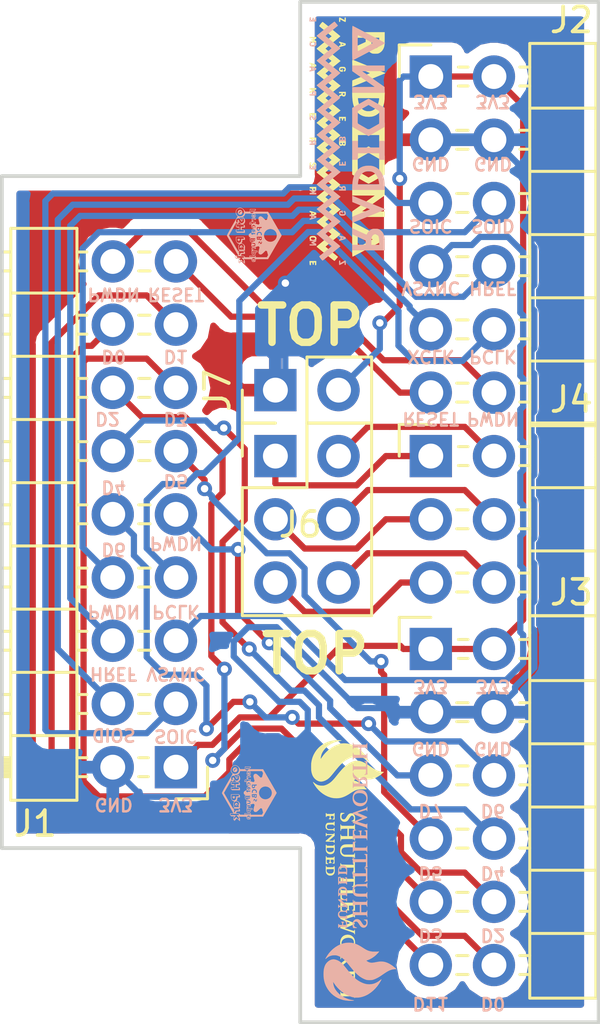
<source format=kicad_pcb>
(kicad_pcb (version 20171130) (host pcbnew 5.0.2+dfsg1-1)
  (layers (0 F.Cu signal hide) (31 B.Cu signal hide) (34 B.Paste user) (35 F.Paste user) (36 B.SilkS user) (37 F.SilkS user) (38 B.Mask user) (39 F.Mask user) (44 Edge.Cuts user))
  (net 0 "")
  (net 1 3V3)
  (net 2 GND)
  (net 3 SIOC)
  (net 4 SIOD)
  (net 5 VSYNC)
  (net 6 HREF)
  (net 7 PCLK)
  (net 8 XCLK)
  (net 9 D7)
  (net 10 D6)
  (net 11 D5)
  (net 12 D4)
  (net 13 D3)
  (net 14 D2)
  (net 15 D1)
  (net 16 D0)
  (net 17 RESET)
  (net 18 PWDN)
  (net 19 "Net-(J4-Pad1)")
  (net 20 "Net-(J4-Pad2)")
  (net 21 "Net-(J4-Pad3)")
  (net 22 "Net-(J4-Pad4)")
  (net 23 "Net-(J4-Pad5)")
  (net 24 "Net-(J4-Pad6)")
  (module parts:OSH_2_5x2_5 (layer B.Cu) (at 150 87.8 270)
    (fp_text reference G*** hide)
    (fp_text value LOGO hide)
  )
  (module parts:radiona-10mm (layer B.Cu) (at 153.9 61.6 90)
    (fp_text reference "" hide)
    (fp_text value "" hide)
  )
  (module parts:shutleworth-12mm (layer B.Cu) (at 154.4 91 90)
    (fp_text reference "" hide)
    (fp_text value "" hide)
  )
  (module Connector_PinHeader_2.54mm:PinHeader_2x09_P2.54mm_Horizontal (layer F.Cu) (at 147 86.75 180)
    (fp_text reference J1 (at 5.655 -2.27 180) (layer F.SilkS))
    (fp_text value OV7670)
    (pad 1 thru_hole rect (at 0 0 180) (size 1.7 1.7) (drill 1) (layers *.Cu *.Mask) (net 1 3V3))
    (pad 2 thru_hole oval (at 2.54 0 180) (size 1.7 1.7) (drill 1) (layers *.Cu *.Mask) (net 2 GND))
    (pad 3 thru_hole oval (at 0 2.54 180) (size 1.7 1.7) (drill 1) (layers *.Cu *.Mask) (net 3 SIOC))
    (pad 4 thru_hole oval (at 2.54 2.54 180) (size 1.7 1.7) (drill 1) (layers *.Cu *.Mask) (net 4 SIOD))
    (pad 5 thru_hole oval (at 0 5.08 180) (size 1.7 1.7) (drill 1) (layers *.Cu *.Mask) (net 5 VSYNC))
    (pad 6 thru_hole oval (at 2.54 5.08 180) (size 1.7 1.7) (drill 1) (layers *.Cu *.Mask) (net 6 HREF))
    (pad 7 thru_hole oval (at 0 7.62 180) (size 1.7 1.7) (drill 1) (layers *.Cu *.Mask) (net 7 PCLK))
    (pad 8 thru_hole oval (at 2.54 7.62 180) (size 1.7 1.7) (drill 1) (layers *.Cu *.Mask) (net 8 XCLK))
    (pad 9 thru_hole oval (at 0 10.16 180) (size 1.7 1.7) (drill 1) (layers *.Cu *.Mask) (net 9 D7))
    (pad 10 thru_hole oval (at 2.54 10.16 180) (size 1.7 1.7) (drill 1) (layers *.Cu *.Mask) (net 10 D6))
    (pad 11 thru_hole oval (at 0 12.7 180) (size 1.7 1.7) (drill 1) (layers *.Cu *.Mask) (net 11 D5))
    (pad 12 thru_hole oval (at 2.54 12.7 180) (size 1.7 1.7) (drill 1) (layers *.Cu *.Mask) (net 12 D4))
    (pad 13 thru_hole oval (at 0 15.24 180) (size 1.7 1.7) (drill 1) (layers *.Cu *.Mask) (net 13 D3))
    (pad 14 thru_hole oval (at 2.54 15.24 180) (size 1.7 1.7) (drill 1) (layers *.Cu *.Mask) (net 14 D2))
    (pad 15 thru_hole oval (at 0 17.78 180) (size 1.7 1.7) (drill 1) (layers *.Cu *.Mask) (net 15 D1))
    (pad 16 thru_hole oval (at 2.54 17.78 180) (size 1.7 1.7) (drill 1) (layers *.Cu *.Mask) (net 16 D0))
    (pad 17 thru_hole oval (at 0 20.32 180) (size 1.7 1.7) (drill 1) (layers *.Cu *.Mask) (net 17 RESET))
    (pad 18 thru_hole oval (at 2.54 20.32 180) (size 1.7 1.7) (drill 1) (layers *.Cu *.Mask) (net 18 PWDN))
  )
  (module Connector_PinHeader_2.54mm:PinHeader_2x06_P2.54mm_Horizontal (layer F.Cu) (at 157.25 59)
    (fp_text reference J2 (at 5.655 -2.27) (layer F.SilkS))
    (fp_text value PMOD1)
    (pad 1 thru_hole rect (at 0 0) (size 1.7 1.7) (drill 1) (layers *.Cu *.Mask) (net 1 3V3))
    (pad 2 thru_hole oval (at 2.54 0) (size 1.7 1.7) (drill 1) (layers *.Cu *.Mask) (net 1 3V3))
    (pad 3 thru_hole oval (at 0 2.54) (size 1.7 1.7) (drill 1) (layers *.Cu *.Mask) (net 2 GND))
    (pad 4 thru_hole oval (at 2.54 2.54) (size 1.7 1.7) (drill 1) (layers *.Cu *.Mask) (net 2 GND))
    (pad 5 thru_hole oval (at 0 5.08) (size 1.7 1.7) (drill 1) (layers *.Cu *.Mask) (net 3 SIOC))
    (pad 6 thru_hole oval (at 2.54 5.08) (size 1.7 1.7) (drill 1) (layers *.Cu *.Mask) (net 4 SIOD))
    (pad 7 thru_hole oval (at 0 7.62) (size 1.7 1.7) (drill 1) (layers *.Cu *.Mask) (net 5 VSYNC))
    (pad 8 thru_hole oval (at 2.54 7.62) (size 1.7 1.7) (drill 1) (layers *.Cu *.Mask) (net 6 HREF))
    (pad 9 thru_hole oval (at 0 10.16) (size 1.7 1.7) (drill 1) (layers *.Cu *.Mask) (net 8 XCLK))
    (pad 10 thru_hole oval (at 2.54 10.16) (size 1.7 1.7) (drill 1) (layers *.Cu *.Mask) (net 7 PCLK))
    (pad 11 thru_hole oval (at 0 12.7) (size 1.7 1.7) (drill 1) (layers *.Cu *.Mask) (net 17 RESET))
    (pad 12 thru_hole oval (at 2.54 12.7) (size 1.7 1.7) (drill 1) (layers *.Cu *.Mask) (net 18 PWDN))
  )
  (module Connector_PinHeader_2.54mm:PinHeader_2x06_P2.54mm_Horizontal (layer F.Cu) (at 157.25 82)
    (fp_text reference J3 (at 5.655 -2.27) (layer F.SilkS))
    (fp_text value PMOD2)
    (pad 1 thru_hole rect (at 0 0) (size 1.7 1.7) (drill 1) (layers *.Cu *.Mask) (net 1 3V3))
    (pad 2 thru_hole oval (at 2.54 0) (size 1.7 1.7) (drill 1) (layers *.Cu *.Mask) (net 1 3V3))
    (pad 3 thru_hole oval (at 0 2.54) (size 1.7 1.7) (drill 1) (layers *.Cu *.Mask) (net 2 GND))
    (pad 4 thru_hole oval (at 2.54 2.54) (size 1.7 1.7) (drill 1) (layers *.Cu *.Mask) (net 2 GND))
    (pad 5 thru_hole oval (at 0 5.08) (size 1.7 1.7) (drill 1) (layers *.Cu *.Mask) (net 9 D7))
    (pad 6 thru_hole oval (at 2.54 5.08) (size 1.7 1.7) (drill 1) (layers *.Cu *.Mask) (net 10 D6))
    (pad 7 thru_hole oval (at 0 7.62) (size 1.7 1.7) (drill 1) (layers *.Cu *.Mask) (net 11 D5))
    (pad 8 thru_hole oval (at 2.54 7.62) (size 1.7 1.7) (drill 1) (layers *.Cu *.Mask) (net 12 D4))
    (pad 9 thru_hole oval (at 0 10.16) (size 1.7 1.7) (drill 1) (layers *.Cu *.Mask) (net 13 D3))
    (pad 10 thru_hole oval (at 2.54 10.16) (size 1.7 1.7) (drill 1) (layers *.Cu *.Mask) (net 14 D2))
    (pad 11 thru_hole oval (at 0 12.7) (size 1.7 1.7) (drill 1) (layers *.Cu *.Mask) (net 15 D1))
    (pad 12 thru_hole oval (at 2.54 12.7) (size 1.7 1.7) (drill 1) (layers *.Cu *.Mask) (net 16 D0))
  )
  (module Connector_PinHeader_2.54mm:PinHeader_2x03_P2.54mm_Horizontal (layer F.Cu) (at 157.25 74.25)
    (fp_text reference J4 (at 5.655 -2.27) (layer F.SilkS))
    (fp_text value PMOD1_EXT)
    (pad 1 thru_hole rect (at 0 0) (size 1.7 1.7) (drill 1) (layers *.Cu *.Mask) (net 19 "Net-(J4-Pad1)"))
    (pad 2 thru_hole oval (at 2.54 0) (size 1.7 1.7) (drill 1) (layers *.Cu *.Mask) (net 20 "Net-(J4-Pad2)"))
    (pad 3 thru_hole oval (at 0 2.54) (size 1.7 1.7) (drill 1) (layers *.Cu *.Mask) (net 21 "Net-(J4-Pad3)"))
    (pad 4 thru_hole oval (at 2.54 2.54) (size 1.7 1.7) (drill 1) (layers *.Cu *.Mask) (net 22 "Net-(J4-Pad4)"))
    (pad 5 thru_hole oval (at 0 5.08) (size 1.7 1.7) (drill 1) (layers *.Cu *.Mask) (net 23 "Net-(J4-Pad5)"))
    (pad 6 thru_hole oval (at 2.54 5.08) (size 1.7 1.7) (drill 1) (layers *.Cu *.Mask) (net 24 "Net-(J4-Pad6)"))
  )
  (module Connector_PinHeader_2.54mm:PinHeader_2x03_P2.54mm_Vertical (layer F.Cu) (at 151 74.25)
    (fp_text reference J6 (at 1 2.75) (layer F.SilkS))
    (fp_text value EXT1)
    (pad 1 thru_hole rect (at 0 0) (size 1.7 1.7) (drill 1) (layers *.Cu *.Mask) (net 19 "Net-(J4-Pad1)"))
    (pad 2 thru_hole oval (at 2.54 0) (size 1.7 1.7) (drill 1) (layers *.Cu *.Mask) (net 20 "Net-(J4-Pad2)"))
    (pad 3 thru_hole oval (at 0 2.54) (size 1.7 1.7) (drill 1) (layers *.Cu *.Mask) (net 21 "Net-(J4-Pad3)"))
    (pad 4 thru_hole oval (at 2.54 2.54) (size 1.7 1.7) (drill 1) (layers *.Cu *.Mask) (net 22 "Net-(J4-Pad4)"))
    (pad 5 thru_hole oval (at 0 5.08) (size 1.7 1.7) (drill 1) (layers *.Cu *.Mask) (net 23 "Net-(J4-Pad5)"))
    (pad 6 thru_hole oval (at 2.54 5.08) (size 1.7 1.7) (drill 1) (layers *.Cu *.Mask) (net 24 "Net-(J4-Pad6)"))
  )
  (module parts:shutleworth-12mm (layer F.Cu) (at 153.9 90.8 270)
    (fp_text reference "" hide)
    (fp_text value "" hide)
  )
  (module parts:radiona-10mm (layer F.Cu) (at 153.9 61.6 270)
    (fp_text reference "" hide)
    (fp_text value "" hide)
  )
  (module Connector_PinHeader_2.54mm:PinHeader_1x02_P2.54mm_Vertical (layer F.Cu) (at 151 71.6 90)
    (fp_text reference J7 (at 0 -2.33 90) (layer F.SilkS))
    (fp_text value EXTVCC)
    (pad 1 thru_hole rect (at 0 0 90) (size 1.7 1.7) (drill 1) (layers *.Cu *.Mask) (net 2 GND))
    (pad 2 thru_hole oval (at 0 2.54 90) (size 1.7 1.7) (drill 1) (layers *.Cu *.Mask) (net 1 3V3))
  )
  (module parts:OSH_2_5x2_5 (layer B.Cu) (at 150.2 65.4 270)
    (fp_text reference G*** hide)
    (fp_text value LOGO hide)
  )
  (gr_text TOP (at 152.6 82.2) (layer F.SilkS) (effects (font (size 1.5 1.5) (thickness 0.3))))
  (gr_text TOP (at 152.4 69) (layer F.SilkS) (effects (font (size 1.5 1.5) (thickness 0.3))))
  (gr_line (start 140 63) (end 140 90) (layer Edge.Cuts) (width 0.15))
  (gr_line (start 152 63) (end 140 63) (layer Edge.Cuts) (width 0.15))
  (gr_line (start 152 62) (end 152 63) (layer Edge.Cuts) (width 0.15))
  (gr_line (start 152 97) (end 164 97) (layer Edge.Cuts) (width 0.15))
  (gr_line (start 152 90) (end 152 97) (layer Edge.Cuts) (width 0.15))
  (gr_line (start 140 90) (end 152 90) (layer Edge.Cuts) (width 0.15))
  (gr_line (start 152 56) (end 152 62) (layer Edge.Cuts) (width 0.15))
  (gr_line (start 164 56) (end 152 56) (layer Edge.Cuts) (width 0.15))
  (gr_line (start 164 97) (end 164 56) (layer Edge.Cuts) (width 0.15))
  (gr_text PWDN (at 159.75 72.75 180) (layer B.SilkS) (effects (font (size 0.5 0.5) (thickness 0.1)) (justify mirror)))
  (gr_text RESET (at 157.25 72.75 180) (layer B.SilkS) (effects (font (size 0.5 0.5) (thickness 0.1)) (justify mirror)))
  (gr_text PCLK (at 159.75 70.25 180) (layer B.SilkS) (effects (font (size 0.5 0.5) (thickness 0.1)) (justify mirror)))
  (gr_text XCLK (at 157.25 70.25 180) (layer B.SilkS) (effects (font (size 0.5 0.5) (thickness 0.1)) (justify mirror)))
  (gr_text HREF (at 159.75 67.5 180) (layer B.SilkS) (effects (font (size 0.5 0.5) (thickness 0.1)) (justify mirror)))
  (gr_text VSYNC (at 157.25 67.5 180) (layer B.SilkS) (effects (font (size 0.5 0.5) (thickness 0.1)) (justify mirror)))
  (gr_text SOID (at 159.75 65 180) (layer B.SilkS) (effects (font (size 0.5 0.5) (thickness 0.1)) (justify mirror)))
  (gr_text SOIC (at 157.25 65 180) (layer B.SilkS) (effects (font (size 0.5 0.5) (thickness 0.1)) (justify mirror)))
  (gr_text GND (at 159.75 62.5 180) (layer B.SilkS) (effects (font (size 0.5 0.5) (thickness 0.1)) (justify mirror)))
  (gr_text GND (at 157.25 62.5 180) (layer B.SilkS) (effects (font (size 0.5 0.5) (thickness 0.1)) (justify mirror)))
  (gr_text 3V3 (at 157.25 60 180) (layer B.SilkS) (effects (font (size 0.5 0.5) (thickness 0.1)) (justify mirror)))
  (gr_text 3V3 (at 159.75 60 180) (layer B.SilkS) (effects (font (size 0.5 0.5) (thickness 0.1)) (justify mirror)))
  (gr_text D11 (at 157.25 96.25 180) (layer B.SilkS) (effects (font (size 0.5 0.5) (thickness 0.1)) (justify mirror)))
  (gr_text D0 (at 159.75 96.25 180) (layer B.SilkS) (effects (font (size 0.5 0.5) (thickness 0.1)) (justify mirror)))
  (gr_text D2 (at 159.75 93.5 180) (layer B.SilkS) (effects (font (size 0.5 0.5) (thickness 0.1)) (justify mirror)))
  (gr_text D3 (at 157.25 93.5 180) (layer B.SilkS) (effects (font (size 0.5 0.5) (thickness 0.1)) (justify mirror)))
  (gr_text D5 (at 157.25 91 180) (layer B.SilkS) (effects (font (size 0.5 0.5) (thickness 0.1)) (justify mirror)))
  (gr_text D4 (at 159.75 91 180) (layer B.SilkS) (effects (font (size 0.5 0.5) (thickness 0.1)) (justify mirror)))
  (gr_text D6 (at 159.75 88.5 180) (layer B.SilkS) (effects (font (size 0.5 0.5) (thickness 0.1)) (justify mirror)))
  (gr_text D7 (at 157.25 88.5 180) (layer B.SilkS) (effects (font (size 0.5 0.5) (thickness 0.1)) (justify mirror)))
  (gr_text GND (at 157.25 86 180) (layer B.SilkS) (effects (font (size 0.5 0.5) (thickness 0.1)) (justify mirror)))
  (gr_text GND (at 159.75 86 180) (layer B.SilkS) (effects (font (size 0.5 0.5) (thickness 0.1)) (justify mirror)))
  (gr_text 3V3 (at 157.25 83.5 180) (layer B.SilkS) (effects (font (size 0.5 0.5) (thickness 0.1)) (justify mirror)))
  (gr_text 3V3 (at 159.75 83.5 180) (layer B.SilkS) (effects (font (size 0.5 0.5) (thickness 0.1)) (justify mirror)))
  (gr_text 3V3 (at 147 88.25 180) (layer B.SilkS) (effects (font (size 0.5 0.5) (thickness 0.1)) (justify mirror)))
  (gr_text PCLK (at 147 80.5 180) (layer B.SilkS) (effects (font (size 0.5 0.5) (thickness 0.1)) (justify mirror)))
  (gr_text VSYNC (at 147 83 180) (layer B.SilkS) (effects (font (size 0.5 0.5) (thickness 0.1)) (justify mirror)))
  (gr_text PWDN (at 147 77.75 180) (layer B.SilkS) (effects (font (size 0.5 0.5) (thickness 0.1)) (justify mirror)))
  (gr_text D5 (at 147 75.25 180) (layer B.SilkS) (effects (font (size 0.5 0.5) (thickness 0.1)) (justify mirror)))
  (gr_text D3 (at 147 72.75 180) (layer B.SilkS) (effects (font (size 0.5 0.5) (thickness 0.1)) (justify mirror)))
  (gr_text D1 (at 147 70.25 180) (layer B.SilkS) (effects (font (size 0.5 0.5) (thickness 0.1)) (justify mirror)))
  (gr_text GND (at 144.5 88.25 180) (layer B.SilkS) (effects (font (size 0.5 0.5) (thickness 0.1)) (justify mirror)))
  (gr_text HREF (at 144.5 83 180) (layer B.SilkS) (effects (font (size 0.5 0.5) (thickness 0.1)) (justify mirror)))
  (gr_text PWDN (at 144.5 80.5 180) (layer B.SilkS) (effects (font (size 0.5 0.5) (thickness 0.1)) (justify mirror)))
  (gr_text D6 (at 144.5 78 180) (layer B.SilkS) (effects (font (size 0.5 0.5) (thickness 0.1)) (justify mirror)))
  (gr_text D4 (at 144.5 75.5 180) (layer B.SilkS) (effects (font (size 0.5 0.5) (thickness 0.1)) (justify mirror)))
  (gr_text D2 (at 144.25 72.75 180) (layer B.SilkS) (effects (font (size 0.5 0.5) (thickness 0.1)) (justify mirror)))
  (gr_text D0 (at 144.5 70.25 180) (layer B.SilkS) (effects (font (size 0.5 0.5) (thickness 0.1)) (justify mirror)))
  (gr_text PWDN (at 144.5 67.75 180) (layer B.SilkS) (effects (font (size 0.5 0.5) (thickness 0.1)) (justify mirror)))
  (gr_text RESET (at 147 67.75 180) (layer B.SilkS) (effects (font (size 0.5 0.5) (thickness 0.1)) (justify mirror)))
  (gr_text SOIC (at 147 85.5 180) (layer B.SilkS) (effects (font (size 0.5 0.5) (thickness 0.1)) (justify mirror)))
  (gr_text SOID (at 144.5 85.5) (layer B.SilkS) (effects (font (size 0.5 0.5) (thickness 0.1)) (justify mirror)))
  (segment (start 157.25 59) (end 159.79 59) (width 0.25) (layer F.Cu) (net 1))
  (segment (start 158.587919 82) (end 157.25 82) (width 0.25) (layer F.Cu) (net 1))
  (segment (start 159.79 82) (end 158.587919 82) (width 0.25) (layer F.Cu) (net 1))
  (segment (start 160.965001 80.824999) (end 160.639999 81.150001) (width 0.25) (layer F.Cu) (net 1))
  (segment (start 160.639999 81.150001) (end 159.79 82) (width 0.25) (layer F.Cu) (net 1))
  (segment (start 160.965001 60.175001) (end 160.965001 80.824999) (width 0.25) (layer F.Cu) (net 1))
  (segment (start 159.79 59) (end 160.965001 60.175001) (width 0.25) (layer F.Cu) (net 1))
  (segment (start 153.632241 81.874998) (end 150.757292 84.749947) (width 0.25) (layer F.Cu) (net 1))
  (segment (start 148.465154 85.852792) (end 147.897208 85.852792) (width 0.25) (layer F.Cu) (net 1))
  (segment (start 147.897208 85.852792) (end 147 86.75) (width 0.25) (layer F.Cu) (net 1))
  (segment (start 156.024998 81.874998) (end 153.632241 81.874998) (width 0.25) (layer F.Cu) (net 1))
  (segment (start 149.567999 84.749947) (end 148.465154 85.852792) (width 0.25) (layer F.Cu) (net 1))
  (segment (start 150.757292 84.749947) (end 149.567999 84.749947) (width 0.25) (layer F.Cu) (net 1))
  (segment (start 156.15 82) (end 156.024998 81.874998) (width 0.25) (layer F.Cu) (net 1))
  (segment (start 157.25 82) (end 156.15 82) (width 0.25) (layer F.Cu) (net 1))
  (segment (start 156 59.15) (end 156 63.1) (width 0.25) (layer B.Cu) (net 1))
  (segment (start 156.15 59) (end 156 59.15) (width 0.25) (layer B.Cu) (net 1))
  (segment (start 157.25 59) (end 156.15 59) (width 0.25) (layer B.Cu) (net 1))
  (via (at 156 63.1) (size 0.6) (drill 0.3) (layers F.Cu B.Cu) (net 1))
  (segment (start 156 63.1) (end 156 68.2) (width 0.25) (layer F.Cu) (net 1))
  (via (at 155.2 68.9) (size 0.6) (drill 0.3) (layers F.Cu B.Cu) (net 1))
  (segment (start 155.3 68.9) (end 155.2 68.9) (width 0.25) (layer F.Cu) (net 1))
  (segment (start 156 68.2) (end 155.3 68.9) (width 0.25) (layer F.Cu) (net 1))
  (segment (start 155.2 69.94) (end 153.54 71.6) (width 0.25) (layer B.Cu) (net 1))
  (segment (start 155.2 68.9) (end 155.2 69.94) (width 0.25) (layer B.Cu) (net 1))
  (segment (start 157.25 84.54) (end 159.79 84.54) (width 0.25) (layer B.Cu) (net 2))
  (segment (start 160.639999 83.525414) (end 160.639999 83.690001) (width 0.25) (layer B.Cu) (net 2))
  (segment (start 161.415012 70.949599) (end 161.415012 72.450401) (width 0.25) (layer B.Cu) (net 2))
  (segment (start 161.299989 78.464576) (end 161.415012 78.579599) (width 0.25) (layer B.Cu) (net 2))
  (segment (start 161.299989 72.565424) (end 161.299989 73.384576) (width 0.25) (layer B.Cu) (net 2))
  (segment (start 161.415012 68.409599) (end 161.415012 69.910401) (width 0.25) (layer B.Cu) (net 2))
  (segment (start 161.299989 68.294576) (end 161.415012 68.409599) (width 0.25) (layer B.Cu) (net 2))
  (segment (start 161.415012 69.910401) (end 161.299989 70.025424) (width 0.25) (layer B.Cu) (net 2))
  (segment (start 161.415012 72.450401) (end 161.299989 72.565424) (width 0.25) (layer B.Cu) (net 2))
  (segment (start 161.299989 77.655424) (end 161.299989 78.464576) (width 0.25) (layer B.Cu) (net 2))
  (segment (start 161.415012 73.499599) (end 161.415012 75.000401) (width 0.25) (layer B.Cu) (net 2))
  (segment (start 161.299989 75.115424) (end 161.299989 75.924576) (width 0.25) (layer B.Cu) (net 2))
  (segment (start 161.415012 81.249599) (end 161.415012 82.750401) (width 0.25) (layer B.Cu) (net 2))
  (segment (start 161.415012 65.869599) (end 161.415012 67.370401) (width 0.25) (layer B.Cu) (net 2))
  (segment (start 161.415012 67.370401) (end 161.299989 67.485424) (width 0.25) (layer B.Cu) (net 2))
  (segment (start 161.415012 82.750401) (end 160.639999 83.525414) (width 0.25) (layer B.Cu) (net 2))
  (segment (start 160.639999 83.690001) (end 159.79 84.54) (width 0.25) (layer B.Cu) (net 2))
  (segment (start 161.299989 73.384576) (end 161.415012 73.499599) (width 0.25) (layer B.Cu) (net 2))
  (segment (start 161.415012 78.579599) (end 161.415012 80.080401) (width 0.25) (layer B.Cu) (net 2))
  (segment (start 161.299989 80.195424) (end 161.299989 81.134576) (width 0.25) (layer B.Cu) (net 2))
  (segment (start 161.415012 80.080401) (end 161.299989 80.195424) (width 0.25) (layer B.Cu) (net 2))
  (segment (start 161.299989 65.754576) (end 161.415012 65.869599) (width 0.25) (layer B.Cu) (net 2))
  (segment (start 161.415012 77.540401) (end 161.299989 77.655424) (width 0.25) (layer B.Cu) (net 2))
  (segment (start 161.415012 76.039599) (end 161.415012 77.540401) (width 0.25) (layer B.Cu) (net 2))
  (segment (start 161.415012 75.000401) (end 161.299989 75.115424) (width 0.25) (layer B.Cu) (net 2))
  (segment (start 161.299989 63.049989) (end 161.299989 65.754576) (width 0.25) (layer B.Cu) (net 2))
  (segment (start 159.79 61.54) (end 161.299989 63.049989) (width 0.25) (layer B.Cu) (net 2))
  (segment (start 161.299989 70.834576) (end 161.415012 70.949599) (width 0.25) (layer B.Cu) (net 2))
  (segment (start 161.299989 70.025424) (end 161.299989 70.834576) (width 0.25) (layer B.Cu) (net 2))
  (segment (start 161.299989 81.134576) (end 161.415012 81.249599) (width 0.25) (layer B.Cu) (net 2))
  (segment (start 161.299989 67.485424) (end 161.299989 68.294576) (width 0.25) (layer B.Cu) (net 2))
  (segment (start 161.299989 75.924576) (end 161.415012 76.039599) (width 0.25) (layer B.Cu) (net 2))
  (segment (start 159.79 61.54) (end 157.25 61.54) (width 0.25) (layer B.Cu) (net 2))
  (segment (start 151.148194 84.123209) (end 151.977532 84.123209) (width 0.25) (layer B.Cu) (net 2))
  (segment (start 157.25 84.54) (end 156.047919 84.54) (width 0.25) (layer B.Cu) (net 2))
  (segment (start 149.645754 87.938153) (end 145.648153 87.938153) (width 0.25) (layer B.Cu) (net 2))
  (segment (start 145.648153 87.938153) (end 145.309999 87.599999) (width 0.25) (layer B.Cu) (net 2))
  (segment (start 155.882918 84.374999) (end 154.300003 84.374999) (width 0.25) (layer B.Cu) (net 2))
  (segment (start 152.302532 85.281375) (end 149.645754 87.938153) (width 0.25) (layer B.Cu) (net 2))
  (segment (start 151.977532 84.123209) (end 152.302532 84.448209) (width 0.25) (layer B.Cu) (net 2))
  (segment (start 154.300003 84.374999) (end 151.050002 81.124998) (width 0.25) (layer B.Cu) (net 2))
  (segment (start 149.324986 81.699999) (end 149.324986 82.300001) (width 0.25) (layer B.Cu) (net 2))
  (segment (start 149.899987 81.124998) (end 149.324986 81.699999) (width 0.25) (layer B.Cu) (net 2))
  (segment (start 151.050002 81.124998) (end 149.899987 81.124998) (width 0.25) (layer B.Cu) (net 2))
  (segment (start 149.324986 82.300001) (end 151.148194 84.123209) (width 0.25) (layer B.Cu) (net 2))
  (segment (start 156.047919 84.54) (end 155.882918 84.374999) (width 0.25) (layer B.Cu) (net 2))
  (segment (start 145.309999 87.599999) (end 144.46 86.75) (width 0.25) (layer B.Cu) (net 2))
  (segment (start 152.302532 84.448209) (end 152.302532 85.281375) (width 0.25) (layer B.Cu) (net 2))
  (via (at 151.4 67.3) (size 0.6) (drill 0.3) (layers F.Cu B.Cu) (net 2))
  (segment (start 156.047919 61.54) (end 151.4 66.187919) (width 0.25) (layer F.Cu) (net 2))
  (segment (start 151.4 66.187919) (end 151.4 67.3) (width 0.25) (layer F.Cu) (net 2))
  (segment (start 157.25 61.54) (end 156.047919 61.54) (width 0.25) (layer F.Cu) (net 2))
  (segment (start 151.4 71.2) (end 151 71.6) (width 0.25) (layer B.Cu) (net 2))
  (segment (start 151.4 67.3) (end 151.4 71.2) (width 0.25) (layer B.Cu) (net 2))
  (segment (start 151.317934 63.700011) (end 142.049989 63.700011) (width 0.25) (layer B.Cu) (net 3))
  (segment (start 141.75 64) (end 141.75 85.25) (width 0.25) (layer B.Cu) (net 3))
  (segment (start 157.25 64.08) (end 155.906996 64.08) (width 0.25) (layer B.Cu) (net 3))
  (segment (start 141.75 85.25) (end 141.885001 85.385001) (width 0.25) (layer B.Cu) (net 3))
  (segment (start 145.824999 85.385001) (end 146.150001 85.059999) (width 0.25) (layer B.Cu) (net 3))
  (segment (start 151.568 63.449945) (end 151.317934 63.700011) (width 0.25) (layer B.Cu) (net 3))
  (segment (start 146.150001 85.059999) (end 147 84.21) (width 0.25) (layer B.Cu) (net 3))
  (segment (start 142.049989 63.700011) (end 141.75 64) (width 0.25) (layer B.Cu) (net 3))
  (segment (start 155.276941 63.449945) (end 151.568 63.449945) (width 0.25) (layer B.Cu) (net 3))
  (segment (start 155.906996 64.08) (end 155.276941 63.449945) (width 0.25) (layer B.Cu) (net 3))
  (segment (start 141.885001 85.385001) (end 145.824999 85.385001) (width 0.25) (layer B.Cu) (net 3))
  (segment (start 159.79 64.08) (end 158.614999 65.255001) (width 0.25) (layer B.Cu) (net 4))
  (segment (start 151.7544 63.899956) (end 151.504334 64.150022) (width 0.25) (layer B.Cu) (net 4))
  (segment (start 142.25 64.75) (end 142.25 82) (width 0.25) (layer B.Cu) (net 4))
  (segment (start 151.504334 64.150022) (end 142.849978 64.150022) (width 0.25) (layer B.Cu) (net 4))
  (segment (start 143.610001 83.360001) (end 144.46 84.21) (width 0.25) (layer B.Cu) (net 4))
  (segment (start 158.614999 65.255001) (end 154.700645 65.255001) (width 0.25) (layer B.Cu) (net 4))
  (segment (start 142.849978 64.150022) (end 142.25 64.75) (width 0.25) (layer B.Cu) (net 4))
  (segment (start 153.3456 63.899956) (end 151.7544 63.899956) (width 0.25) (layer B.Cu) (net 4))
  (segment (start 142.25 82) (end 143.610001 83.360001) (width 0.25) (layer B.Cu) (net 4))
  (segment (start 154.700645 65.255001) (end 153.3456 63.899956) (width 0.25) (layer B.Cu) (net 4))
  (segment (start 160.965001 79.894001) (end 160.849978 80.009024) (width 0.25) (layer B.Cu) (net 5))
  (segment (start 160.965001 72.264001) (end 160.849978 72.379024) (width 0.25) (layer B.Cu) (net 5))
  (segment (start 151.236402 80.674987) (end 147.995013 80.674987) (width 0.25) (layer B.Cu) (net 5))
  (segment (start 160.965001 78.765999) (end 160.965001 79.894001) (width 0.25) (layer B.Cu) (net 5))
  (segment (start 160.279002 83.25) (end 153.811415 83.25) (width 0.25) (layer B.Cu) (net 5))
  (segment (start 160.849978 71.020976) (end 160.965001 71.135999) (width 0.25) (layer B.Cu) (net 5))
  (segment (start 160.965001 71.135999) (end 160.965001 72.264001) (width 0.25) (layer B.Cu) (net 5))
  (segment (start 157.25 66.62) (end 158.099999 65.770001) (width 0.25) (layer B.Cu) (net 5))
  (segment (start 158.099999 65.770001) (end 158.900997 65.770001) (width 0.25) (layer B.Cu) (net 5))
  (segment (start 158.900997 65.770001) (end 159.225999 65.444999) (width 0.25) (layer B.Cu) (net 5))
  (segment (start 160.965001 66.055999) (end 160.965001 67.184001) (width 0.25) (layer B.Cu) (net 5))
  (segment (start 160.965001 69.724001) (end 160.849978 69.839024) (width 0.25) (layer B.Cu) (net 5))
  (segment (start 160.849978 69.839024) (end 160.849978 71.020976) (width 0.25) (layer B.Cu) (net 5))
  (segment (start 160.849978 80.009024) (end 160.849978 81.320976) (width 0.25) (layer B.Cu) (net 5))
  (segment (start 160.849978 67.299024) (end 160.849978 68.480976) (width 0.25) (layer B.Cu) (net 5))
  (segment (start 160.965001 74.814001) (end 160.849978 74.929024) (width 0.25) (layer B.Cu) (net 5))
  (segment (start 160.849978 72.379024) (end 160.849978 73.570976) (width 0.25) (layer B.Cu) (net 5))
  (segment (start 160.849978 76.110976) (end 160.965001 76.225999) (width 0.25) (layer B.Cu) (net 5))
  (segment (start 160.965001 68.595999) (end 160.965001 69.724001) (width 0.25) (layer B.Cu) (net 5))
  (segment (start 160.849978 74.929024) (end 160.849978 76.110976) (width 0.25) (layer B.Cu) (net 5))
  (segment (start 147.849999 80.820001) (end 147 81.67) (width 0.25) (layer B.Cu) (net 5))
  (segment (start 147.995013 80.674987) (end 147.849999 80.820001) (width 0.25) (layer B.Cu) (net 5))
  (segment (start 160.354001 65.444999) (end 160.965001 66.055999) (width 0.25) (layer B.Cu) (net 5))
  (segment (start 153.811415 83.25) (end 151.236402 80.674987) (width 0.25) (layer B.Cu) (net 5))
  (segment (start 160.965001 82.564001) (end 160.279002 83.25) (width 0.25) (layer B.Cu) (net 5))
  (segment (start 160.965001 73.685999) (end 160.965001 74.814001) (width 0.25) (layer B.Cu) (net 5))
  (segment (start 160.965001 81.435999) (end 160.965001 82.564001) (width 0.25) (layer B.Cu) (net 5))
  (segment (start 160.965001 67.184001) (end 160.849978 67.299024) (width 0.25) (layer B.Cu) (net 5))
  (segment (start 160.849978 78.650976) (end 160.965001 78.765999) (width 0.25) (layer B.Cu) (net 5))
  (segment (start 159.225999 65.444999) (end 160.354001 65.444999) (width 0.25) (layer B.Cu) (net 5))
  (segment (start 160.849978 77.469024) (end 160.849978 78.650976) (width 0.25) (layer B.Cu) (net 5))
  (segment (start 160.965001 77.354001) (end 160.849978 77.469024) (width 0.25) (layer B.Cu) (net 5))
  (segment (start 160.965001 76.225999) (end 160.965001 77.354001) (width 0.25) (layer B.Cu) (net 5))
  (segment (start 160.849978 81.320976) (end 160.965001 81.435999) (width 0.25) (layer B.Cu) (net 5))
  (segment (start 160.849978 73.570976) (end 160.965001 73.685999) (width 0.25) (layer B.Cu) (net 5))
  (segment (start 160.849978 68.480976) (end 160.965001 68.595999) (width 0.25) (layer B.Cu) (net 5))
  (segment (start 158.560033 67.849967) (end 156.6592 67.849967) (width 0.25) (layer B.Cu) (net 6))
  (segment (start 156.6592 67.849967) (end 153.1592 64.349967) (width 0.25) (layer B.Cu) (net 6))
  (segment (start 151.690734 64.600033) (end 143.149967 64.600033) (width 0.25) (layer B.Cu) (net 6))
  (segment (start 153.1592 64.349967) (end 151.9408 64.349967) (width 0.25) (layer B.Cu) (net 6))
  (segment (start 159.79 66.62) (end 158.560033 67.849967) (width 0.25) (layer B.Cu) (net 6))
  (segment (start 151.9408 64.349967) (end 151.690734 64.600033) (width 0.25) (layer B.Cu) (net 6))
  (segment (start 143.149967 64.600033) (end 142.75 65) (width 0.25) (layer B.Cu) (net 6))
  (segment (start 142.75 65) (end 142.75 79.96) (width 0.25) (layer B.Cu) (net 6))
  (segment (start 142.75 79.96) (end 143.610001 80.820001) (width 0.25) (layer B.Cu) (net 6))
  (segment (start 143.610001 80.820001) (end 144.46 81.67) (width 0.25) (layer B.Cu) (net 6))
  (segment (start 155.950011 69.8136) (end 155.950011 68.4136) (width 0.25) (layer B.Cu) (net 7))
  (segment (start 159.79 69.16) (end 158.525001 70.424999) (width 0.25) (layer B.Cu) (net 7))
  (segment (start 155.950011 68.4136) (end 152.7864 65.249989) (width 0.25) (layer B.Cu) (net 7))
  (segment (start 149.549989 68.0136) (end 149.549989 73.525007) (width 0.25) (layer B.Cu) (net 7))
  (segment (start 147.414005 75.374998) (end 146.476 75.374998) (width 0.25) (layer B.Cu) (net 7))
  (segment (start 146.476 75.374998) (end 145.824999 76.025999) (width 0.25) (layer B.Cu) (net 7))
  (segment (start 147.852321 74.936682) (end 147.414005 75.374998) (width 0.25) (layer B.Cu) (net 7))
  (segment (start 152.3136 65.249989) (end 149.549989 68.0136) (width 0.25) (layer B.Cu) (net 7))
  (segment (start 149.549989 73.525007) (end 148.138314 74.936682) (width 0.25) (layer B.Cu) (net 7))
  (segment (start 152.7864 65.249989) (end 152.3136 65.249989) (width 0.25) (layer B.Cu) (net 7))
  (segment (start 148.138314 74.936682) (end 147.852321 74.936682) (width 0.25) (layer B.Cu) (net 7))
  (segment (start 145.824999 76.025999) (end 145.824999 77.954999) (width 0.25) (layer B.Cu) (net 7))
  (segment (start 156.56141 70.424999) (end 155.950011 69.8136) (width 0.25) (layer B.Cu) (net 7))
  (segment (start 145.824999 77.954999) (end 146.150001 78.280001) (width 0.25) (layer B.Cu) (net 7))
  (segment (start 158.525001 70.424999) (end 156.56141 70.424999) (width 0.25) (layer B.Cu) (net 7))
  (segment (start 146.150001 78.280001) (end 147 79.13) (width 0.25) (layer B.Cu) (net 7))
  (segment (start 143.25 65.900998) (end 143.25 77.92) (width 0.25) (layer B.Cu) (net 8))
  (segment (start 143.610001 78.280001) (end 144.46 79.13) (width 0.25) (layer B.Cu) (net 8))
  (segment (start 152.1272 64.799978) (end 151.672179 65.254999) (width 0.25) (layer B.Cu) (net 8))
  (segment (start 143.25 77.92) (end 143.610001 78.280001) (width 0.25) (layer B.Cu) (net 8))
  (segment (start 143.895999 65.254999) (end 143.25 65.900998) (width 0.25) (layer B.Cu) (net 8))
  (segment (start 151.672179 65.254999) (end 143.895999 65.254999) (width 0.25) (layer B.Cu) (net 8))
  (segment (start 157.25 69.16) (end 156.400001 68.310001) (width 0.25) (layer B.Cu) (net 8))
  (segment (start 156.400001 68.310001) (end 156.400001 68.227179) (width 0.25) (layer B.Cu) (net 8))
  (segment (start 156.400001 68.227179) (end 152.9728 64.799978) (width 0.25) (layer B.Cu) (net 8))
  (segment (start 152.9728 64.799978) (end 152.1272 64.799978) (width 0.25) (layer B.Cu) (net 8))
  (via (at 150.75 81.75) (size 0.6) (drill 0.3) (layers F.Cu B.Cu) (net 9))
  (via (at 149.5 78) (size 0.6) (drill 0.3) (layers F.Cu B.Cu) (net 9))
  (segment (start 149.5 80.5) (end 149.5 78) (width 0.25) (layer F.Cu) (net 9))
  (segment (start 150.75 81.75) (end 149.5 80.5) (width 0.25) (layer F.Cu) (net 9))
  (segment (start 148.41 78) (end 147 76.59) (width 0.25) (layer B.Cu) (net 9))
  (segment (start 149.5 78) (end 148.41 78) (width 0.25) (layer B.Cu) (net 9))
  (segment (start 157.25 87.08) (end 155.904998 87.08) (width 0.25) (layer B.Cu) (net 9))
  (segment (start 155.904998 87.08) (end 153.202554 84.377556) (width 0.25) (layer B.Cu) (net 9))
  (segment (start 153.202554 84.075409) (end 151.177144 82.049999) (width 0.25) (layer B.Cu) (net 9))
  (segment (start 153.202554 84.377556) (end 153.202554 84.075409) (width 0.25) (layer B.Cu) (net 9))
  (segment (start 151.049999 82.049999) (end 150.75 81.75) (width 0.25) (layer B.Cu) (net 9))
  (segment (start 151.177144 82.049999) (end 151.049999 82.049999) (width 0.25) (layer B.Cu) (net 9))
  (via (at 154.75 85) (size 0.6) (drill 0.3) (layers F.Cu B.Cu) (net 10))
  (segment (start 158.940001 86.230001) (end 159.79 87.08) (width 0.25) (layer B.Cu) (net 10))
  (segment (start 158.425001 85.715001) (end 158.940001 86.230001) (width 0.25) (layer B.Cu) (net 10))
  (segment (start 155.465001 85.715001) (end 158.425001 85.715001) (width 0.25) (layer B.Cu) (net 10))
  (segment (start 154.75 85) (end 155.465001 85.715001) (width 0.25) (layer B.Cu) (net 10))
  (segment (start 154.75 85) (end 151.929319 85) (width 0.25) (layer F.Cu) (net 10))
  (via (at 148.228133 85.205915) (size 0.6) (drill 0.3) (layers F.Cu B.Cu) (net 10))
  (via (at 151.67753 84.748211) (size 0.6) (drill 0.3) (layers F.Cu B.Cu) (net 10))
  (via (at 149.974029 84.124937) (size 0.6) (drill 0.3) (layers F.Cu B.Cu) (net 10))
  (segment (start 148.228133 84.781651) (end 148.228133 85.205915) (width 0.25) (layer B.Cu) (net 10))
  (segment (start 151.67753 84.748211) (end 150.597303 84.748211) (width 0.25) (layer B.Cu) (net 10))
  (segment (start 150.597303 84.748211) (end 150.274028 84.424936) (width 0.25) (layer B.Cu) (net 10))
  (segment (start 145.824999 78.755997) (end 145.824999 82.324999) (width 0.25) (layer B.Cu) (net 10))
  (segment (start 151.929319 85) (end 151.67753 84.748211) (width 0.25) (layer F.Cu) (net 10))
  (segment (start 146.534999 83.034999) (end 147.784999 83.034999) (width 0.25) (layer B.Cu) (net 10))
  (segment (start 150.274028 84.424936) (end 149.974029 84.124937) (width 0.25) (layer B.Cu) (net 10))
  (segment (start 145.309999 77.439999) (end 145.309999 78.240997) (width 0.25) (layer B.Cu) (net 10))
  (segment (start 145.309999 78.240997) (end 145.824999 78.755997) (width 0.25) (layer B.Cu) (net 10))
  (segment (start 148.228133 83.478133) (end 148.228133 84.781651) (width 0.25) (layer B.Cu) (net 10))
  (segment (start 149.309111 84.124937) (end 148.528132 84.905916) (width 0.25) (layer F.Cu) (net 10))
  (segment (start 145.824999 82.324999) (end 146.534999 83.034999) (width 0.25) (layer B.Cu) (net 10))
  (segment (start 148.528132 84.905916) (end 148.228133 85.205915) (width 0.25) (layer F.Cu) (net 10))
  (segment (start 149.974029 84.124937) (end 149.309111 84.124937) (width 0.25) (layer F.Cu) (net 10))
  (segment (start 147.784999 83.034999) (end 148.228133 83.478133) (width 0.25) (layer B.Cu) (net 10))
  (segment (start 144.46 76.59) (end 145.309999 77.439999) (width 0.25) (layer B.Cu) (net 10))
  (via (at 155.25 82.5) (size 0.6) (drill 0.3) (layers F.Cu B.Cu) (net 11))
  (segment (start 155.25 82.924264) (end 155.25 82.5) (width 0.25) (layer F.Cu) (net 11))
  (segment (start 155.375002 87.745002) (end 155.375002 83.049266) (width 0.25) (layer F.Cu) (net 11))
  (segment (start 157.25 89.62) (end 155.375002 87.745002) (width 0.25) (layer F.Cu) (net 11))
  (segment (start 155.375002 83.049266) (end 155.25 82.924264) (width 0.25) (layer F.Cu) (net 11))
  (segment (start 151.564001 78.154999) (end 150.654999 78.154999) (width 0.25) (layer B.Cu) (net 11))
  (via (at 148.152322 75.561683) (size 0.6) (drill 0.3) (layers F.Cu B.Cu) (net 11))
  (segment (start 148.452321 75.952321) (end 148.452321 75.861682) (width 0.25) (layer B.Cu) (net 11))
  (segment (start 155.25 82.5) (end 154.825736 82.5) (width 0.25) (layer B.Cu) (net 11))
  (segment (start 147 74.05) (end 148.152322 75.202322) (width 0.25) (layer F.Cu) (net 11))
  (segment (start 152.175001 79.849265) (end 152.175001 78.765999) (width 0.25) (layer B.Cu) (net 11))
  (segment (start 148.152322 75.202322) (end 148.152322 75.561683) (width 0.25) (layer F.Cu) (net 11))
  (segment (start 148.452321 75.861682) (end 148.152322 75.561683) (width 0.25) (layer B.Cu) (net 11))
  (segment (start 150.654999 78.154999) (end 148.452321 75.952321) (width 0.25) (layer B.Cu) (net 11))
  (segment (start 152.175001 78.765999) (end 151.564001 78.154999) (width 0.25) (layer B.Cu) (net 11))
  (segment (start 154.825736 82.5) (end 152.175001 79.849265) (width 0.25) (layer B.Cu) (net 11))
  (via (at 149.949987 82) (size 0.6) (drill 0.3) (layers F.Cu B.Cu) (net 12))
  (segment (start 150.249986 82.299999) (end 149.949987 82) (width 0.25) (layer B.Cu) (net 12))
  (segment (start 152.163932 83.673198) (end 151.623185 83.673198) (width 0.25) (layer B.Cu) (net 12))
  (segment (start 151.623185 83.673198) (end 150.249986 82.299999) (width 0.25) (layer B.Cu) (net 12))
  (segment (start 159.79 89.62) (end 158.614999 88.444999) (width 0.25) (layer B.Cu) (net 12))
  (segment (start 158.614999 88.444999) (end 156.444999 88.444999) (width 0.25) (layer B.Cu) (net 12))
  (segment (start 152.752543 84.261809) (end 152.163932 83.673198) (width 0.25) (layer B.Cu) (net 12))
  (segment (start 152.752543 84.752542) (end 152.752543 84.261809) (width 0.25) (layer B.Cu) (net 12))
  (segment (start 156.444999 88.444999) (end 152.752543 84.752542) (width 0.25) (layer B.Cu) (net 12))
  (segment (start 148.500715 73.120188) (end 148.924979 73.120188) (width 0.25) (layer B.Cu) (net 12))
  (segment (start 148.874998 80.925011) (end 148.874998 77.699998) (width 0.25) (layer F.Cu) (net 12))
  (segment (start 149.767506 76.80749) (end 149.767506 73.962715) (width 0.25) (layer F.Cu) (net 12))
  (segment (start 149.949987 82) (end 148.874998 80.925011) (width 0.25) (layer F.Cu) (net 12))
  (segment (start 149.224978 73.420187) (end 148.924979 73.120188) (width 0.25) (layer F.Cu) (net 12))
  (segment (start 148.874998 77.699998) (end 149.767506 76.80749) (width 0.25) (layer F.Cu) (net 12))
  (segment (start 149.767506 73.962715) (end 149.224978 73.420187) (width 0.25) (layer F.Cu) (net 12))
  (segment (start 145.689811 72.820189) (end 148.200716 72.820189) (width 0.25) (layer B.Cu) (net 12))
  (via (at 148.924979 73.120188) (size 0.6) (drill 0.3) (layers F.Cu B.Cu) (net 12))
  (segment (start 144.46 74.05) (end 145.689811 72.820189) (width 0.25) (layer B.Cu) (net 12))
  (segment (start 148.200716 72.820189) (end 148.500715 73.120188) (width 0.25) (layer B.Cu) (net 12))
  (segment (start 143.415001 70.334999) (end 145.824999 70.334999) (width 0.25) (layer F.Cu) (net 13))
  (segment (start 145.824999 70.334999) (end 146.150001 70.660001) (width 0.25) (layer F.Cu) (net 13))
  (segment (start 143.284999 70.465001) (end 143.415001 70.334999) (width 0.25) (layer F.Cu) (net 13))
  (segment (start 148.165767 87.925001) (end 143.895999 87.925001) (width 0.25) (layer F.Cu) (net 13))
  (segment (start 143.284999 87.314001) (end 143.284999 70.465001) (width 0.25) (layer F.Cu) (net 13))
  (segment (start 155.600033 90.510033) (end 155.600033 89.6908) (width 0.25) (layer F.Cu) (net 13))
  (segment (start 146.150001 70.660001) (end 147 71.51) (width 0.25) (layer F.Cu) (net 13))
  (segment (start 149.940799 85.649969) (end 149.149969 86.440799) (width 0.25) (layer F.Cu) (net 13))
  (segment (start 152.809202 86.899969) (end 152.309199 86.899969) (width 0.25) (layer F.Cu) (net 13))
  (segment (start 143.895999 87.925001) (end 143.284999 87.314001) (width 0.25) (layer F.Cu) (net 13))
  (segment (start 151.059201 85.649969) (end 149.940799 85.649969) (width 0.25) (layer F.Cu) (net 13))
  (segment (start 152.309199 86.899969) (end 151.059201 85.649969) (width 0.25) (layer F.Cu) (net 13))
  (segment (start 149.149969 86.940799) (end 148.165767 87.925001) (width 0.25) (layer F.Cu) (net 13))
  (segment (start 157.25 92.16) (end 155.600033 90.510033) (width 0.25) (layer F.Cu) (net 13))
  (segment (start 149.149969 86.440799) (end 149.149969 86.940799) (width 0.25) (layer F.Cu) (net 13))
  (segment (start 155.600033 89.6908) (end 152.809202 86.899969) (width 0.25) (layer F.Cu) (net 13))
  (via (at 148.951132 82.810045) (size 0.6) (drill 0.3) (layers F.Cu B.Cu) (net 14))
  (segment (start 152.995602 86.449958) (end 152.495599 86.449958) (width 0.25) (layer F.Cu) (net 14))
  (segment (start 148.779075 86.177795) (end 148.479076 86.477794) (width 0.25) (layer B.Cu) (net 14))
  (via (at 148.479076 86.477794) (size 0.6) (drill 0.3) (layers F.Cu B.Cu) (net 14))
  (segment (start 148.951132 82.810045) (end 148.951132 86.005738) (width 0.25) (layer B.Cu) (net 14))
  (segment (start 148.951132 86.005738) (end 148.779075 86.177795) (width 0.25) (layer B.Cu) (net 14))
  (segment (start 148.779075 86.177795) (end 148.479076 86.477794) (width 0.25) (layer F.Cu) (net 14))
  (segment (start 159.79 92.16) (end 158.614999 90.984999) (width 0.25) (layer F.Cu) (net 14))
  (segment (start 156.050044 89.5044) (end 152.995602 86.449958) (width 0.25) (layer F.Cu) (net 14))
  (segment (start 151.245601 85.199958) (end 149.754399 85.199958) (width 0.25) (layer F.Cu) (net 14))
  (segment (start 148.779075 86.175282) (end 148.779075 86.177795) (width 0.25) (layer F.Cu) (net 14))
  (segment (start 156.875997 90.984999) (end 156.050044 90.159046) (width 0.25) (layer F.Cu) (net 14))
  (segment (start 152.495599 86.449958) (end 151.245601 85.199958) (width 0.25) (layer F.Cu) (net 14))
  (segment (start 158.614999 90.984999) (end 156.875997 90.984999) (width 0.25) (layer F.Cu) (net 14))
  (segment (start 156.050044 90.159046) (end 156.050044 89.5044) (width 0.25) (layer F.Cu) (net 14))
  (segment (start 149.754399 85.199958) (end 148.779075 86.175282) (width 0.25) (layer F.Cu) (net 14))
  (segment (start 147.374003 72.685001) (end 145.635001 72.685001) (width 0.25) (layer F.Cu) (net 14))
  (segment (start 148.87499 75.722914) (end 148.87499 74.185988) (width 0.25) (layer F.Cu) (net 14))
  (segment (start 148.424987 76.172917) (end 148.87499 75.722914) (width 0.25) (layer F.Cu) (net 14))
  (segment (start 148.424987 82.2839) (end 148.424987 76.172917) (width 0.25) (layer F.Cu) (net 14))
  (segment (start 148.951132 82.810045) (end 148.424987 82.2839) (width 0.25) (layer F.Cu) (net 14))
  (segment (start 145.635001 72.685001) (end 144.46 71.51) (width 0.25) (layer F.Cu) (net 14))
  (segment (start 148.87499 74.185988) (end 147.374003 72.685001) (width 0.25) (layer F.Cu) (net 14))
  (segment (start 142 69.690998) (end 143.895999 67.794999) (width 0.25) (layer F.Cu) (net 15))
  (segment (start 143.895999 67.794999) (end 145.824999 67.794999) (width 0.25) (layer F.Cu) (net 15))
  (segment (start 145.824999 67.794999) (end 146.150001 68.120001) (width 0.25) (layer F.Cu) (net 15))
  (segment (start 146.150001 68.120001) (end 147 68.97) (width 0.25) (layer F.Cu) (net 15))
  (segment (start 142 87) (end 142 69.690998) (width 0.25) (layer F.Cu) (net 15))
  (segment (start 142 87.301824) (end 142 87) (width 0.25) (layer F.Cu) (net 15))
  (segment (start 152.436402 87.799991) (end 151.936401 87.799991) (width 0.25) (layer F.Cu) (net 15))
  (segment (start 143.5 89) (end 142 87.5) (width 0.25) (layer F.Cu) (net 15))
  (segment (start 142 87.5) (end 142 87) (width 0.25) (layer F.Cu) (net 15))
  (segment (start 150.686401 86.549991) (end 150.313599 86.549991) (width 0.25) (layer F.Cu) (net 15))
  (segment (start 157.25 94.7) (end 154.700011 92.150011) (width 0.25) (layer F.Cu) (net 15))
  (segment (start 150.049991 86.813599) (end 150.049991 87.313599) (width 0.25) (layer F.Cu) (net 15))
  (segment (start 150.313599 86.549991) (end 150.049991 86.813599) (width 0.25) (layer F.Cu) (net 15))
  (segment (start 154.700011 90.0636) (end 152.436402 87.799991) (width 0.25) (layer F.Cu) (net 15))
  (segment (start 148.36359 89) (end 143.5 89) (width 0.25) (layer F.Cu) (net 15))
  (segment (start 150.049991 87.313599) (end 148.36359 89) (width 0.25) (layer F.Cu) (net 15))
  (segment (start 154.700011 92.150011) (end 154.700011 90.0636) (width 0.25) (layer F.Cu) (net 15))
  (segment (start 151.936401 87.799991) (end 150.686401 86.549991) (width 0.25) (layer F.Cu) (net 15))
  (segment (start 155.150022 91.763612) (end 155.150022 89.8772) (width 0.25) (layer F.Cu) (net 16))
  (segment (start 148.352167 88.375012) (end 143.709599 88.375012) (width 0.25) (layer F.Cu) (net 16))
  (segment (start 149.59998 87.127199) (end 148.352167 88.375012) (width 0.25) (layer F.Cu) (net 16))
  (segment (start 152.622802 87.34998) (end 152.1228 87.34998) (width 0.25) (layer F.Cu) (net 16))
  (segment (start 156.911409 93.524999) (end 155.150022 91.763612) (width 0.25) (layer F.Cu) (net 16))
  (segment (start 143.29359 69.819999) (end 143.610001 69.819999) (width 0.25) (layer F.Cu) (net 16))
  (segment (start 159.79 94.7) (end 158.614999 93.524999) (width 0.25) (layer F.Cu) (net 16))
  (segment (start 150.872801 86.09998) (end 150.127199 86.09998) (width 0.25) (layer F.Cu) (net 16))
  (segment (start 142.834988 70.278601) (end 143.29359 69.819999) (width 0.25) (layer F.Cu) (net 16))
  (segment (start 142.834988 87.500401) (end 142.834988 70.278601) (width 0.25) (layer F.Cu) (net 16))
  (segment (start 143.709599 88.375012) (end 142.834988 87.500401) (width 0.25) (layer F.Cu) (net 16))
  (segment (start 149.59998 86.627199) (end 149.59998 87.127199) (width 0.25) (layer F.Cu) (net 16))
  (segment (start 150.127199 86.09998) (end 149.59998 86.627199) (width 0.25) (layer F.Cu) (net 16))
  (segment (start 152.1228 87.34998) (end 150.872801 86.09998) (width 0.25) (layer F.Cu) (net 16))
  (segment (start 143.610001 69.819999) (end 144.46 68.97) (width 0.25) (layer F.Cu) (net 16))
  (segment (start 155.150022 89.8772) (end 152.622802 87.34998) (width 0.25) (layer F.Cu) (net 16))
  (segment (start 158.614999 93.524999) (end 156.911409 93.524999) (width 0.25) (layer F.Cu) (net 16))
  (segment (start 149.219989 68.649989) (end 147.849999 67.279999) (width 0.25) (layer F.Cu) (net 17))
  (segment (start 147.849999 67.279999) (end 147 66.43) (width 0.25) (layer F.Cu) (net 17))
  (segment (start 157.25 71.7) (end 156.015413 71.7) (width 0.25) (layer F.Cu) (net 17))
  (segment (start 152.965402 68.649989) (end 149.219989 68.649989) (width 0.25) (layer F.Cu) (net 17))
  (segment (start 156.015413 71.7) (end 152.965402 68.649989) (width 0.25) (layer F.Cu) (net 17))
  (segment (start 158.48999 70.39999) (end 155.351814 70.39999) (width 0.25) (layer F.Cu) (net 18))
  (segment (start 150.50898 68.199978) (end 147.564001 65.254999) (width 0.25) (layer F.Cu) (net 18))
  (segment (start 155.351814 70.39999) (end 153.151802 68.199978) (width 0.25) (layer F.Cu) (net 18))
  (segment (start 153.151802 68.199978) (end 150.50898 68.199978) (width 0.25) (layer F.Cu) (net 18))
  (segment (start 145.635001 65.254999) (end 145.309999 65.580001) (width 0.25) (layer F.Cu) (net 18))
  (segment (start 145.309999 65.580001) (end 144.46 66.43) (width 0.25) (layer F.Cu) (net 18))
  (segment (start 147.564001 65.254999) (end 145.635001 65.254999) (width 0.25) (layer F.Cu) (net 18))
  (segment (start 159.79 71.7) (end 158.48999 70.39999) (width 0.25) (layer F.Cu) (net 18))
  (segment (start 151.075001 75.425001) (end 151 75.35) (width 0.25) (layer F.Cu) (net 19))
  (segment (start 151 75.35) (end 151 74.25) (width 0.25) (layer F.Cu) (net 19))
  (segment (start 155.443589 74.25) (end 154.268588 75.425001) (width 0.25) (layer F.Cu) (net 19))
  (segment (start 154.268588 75.425001) (end 151.075001 75.425001) (width 0.25) (layer F.Cu) (net 19))
  (segment (start 157.25 74.25) (end 155.443589 74.25) (width 0.25) (layer F.Cu) (net 19))
  (segment (start 154.389999 73.400001) (end 153.54 74.25) (width 0.25) (layer F.Cu) (net 20))
  (segment (start 154.715001 73.074999) (end 154.389999 73.400001) (width 0.25) (layer F.Cu) (net 20))
  (segment (start 159.79 74.25) (end 158.614999 73.074999) (width 0.25) (layer F.Cu) (net 20))
  (segment (start 155 73.074999) (end 154.715001 73.074999) (width 0.25) (layer F.Cu) (net 20))
  (segment (start 158.614999 73.074999) (end 155.6 73.074999) (width 0.25) (layer F.Cu) (net 20))
  (segment (start 155.6 73.074999) (end 155 73.074999) (width 0.25) (layer F.Cu) (net 20))
  (segment (start 157.25 76.79) (end 155.443589 76.79) (width 0.25) (layer F.Cu) (net 21))
  (segment (start 151.849999 77.639999) (end 151 76.79) (width 0.25) (layer F.Cu) (net 21))
  (segment (start 152.175001 77.965001) (end 151.849999 77.639999) (width 0.25) (layer F.Cu) (net 21))
  (segment (start 155.443589 76.79) (end 154.268588 77.965001) (width 0.25) (layer F.Cu) (net 21))
  (segment (start 154.268588 77.965001) (end 152.175001 77.965001) (width 0.25) (layer F.Cu) (net 21))
  (segment (start 154.715001 75.614999) (end 154.389999 75.940001) (width 0.25) (layer F.Cu) (net 22))
  (segment (start 158.614999 75.614999) (end 154.715001 75.614999) (width 0.25) (layer F.Cu) (net 22))
  (segment (start 159.79 76.79) (end 158.614999 75.614999) (width 0.25) (layer F.Cu) (net 22))
  (segment (start 154.389999 75.940001) (end 153.54 76.79) (width 0.25) (layer F.Cu) (net 22))
  (segment (start 151.849999 80.179999) (end 151 79.33) (width 0.25) (layer F.Cu) (net 23))
  (segment (start 154.872918 80.505001) (end 152.175001 80.505001) (width 0.25) (layer F.Cu) (net 23))
  (segment (start 152.175001 80.505001) (end 151.849999 80.179999) (width 0.25) (layer F.Cu) (net 23))
  (segment (start 156.047919 79.33) (end 154.872918 80.505001) (width 0.25) (layer F.Cu) (net 23))
  (segment (start 157.25 79.33) (end 156.047919 79.33) (width 0.25) (layer F.Cu) (net 23))
  (segment (start 154.389999 78.480001) (end 153.54 79.33) (width 0.25) (layer F.Cu) (net 24))
  (segment (start 154.715001 78.154999) (end 154.389999 78.480001) (width 0.25) (layer F.Cu) (net 24))
  (segment (start 158.614999 78.154999) (end 154.715001 78.154999) (width 0.25) (layer F.Cu) (net 24))
  (segment (start 159.79 79.33) (end 158.614999 78.154999) (width 0.25) (layer F.Cu) (net 24))
  (zone (net 2) (net_name GND) (layer F.Cu) (connect_pads (clearance 0.508)) (min_thickness 0.254) (fill yes (arc_segments 16) (thermal_gap 0.508) (thermal_bridge_width 0.508))
    (polygon (pts (xy 164 56) (xy 152 56) (xy 152 63) (xy 140 63) (xy 140 90) (xy 152 90) (xy 152 97) (xy 164 97)))
  )
  (zone (net 2) (net_name GND) (layer B.Cu) (connect_pads (clearance 0.508)) (min_thickness 0.254) (fill yes (arc_segments 16) (thermal_gap 0.508) (thermal_bridge_width 0.508))
    (polygon (pts (xy 152 56) (xy 164 56) (xy 164 97) (xy 152 97) (xy 152 90) (xy 140 90) (xy 140 63) (xy 152 63)))
  )
)
</source>
